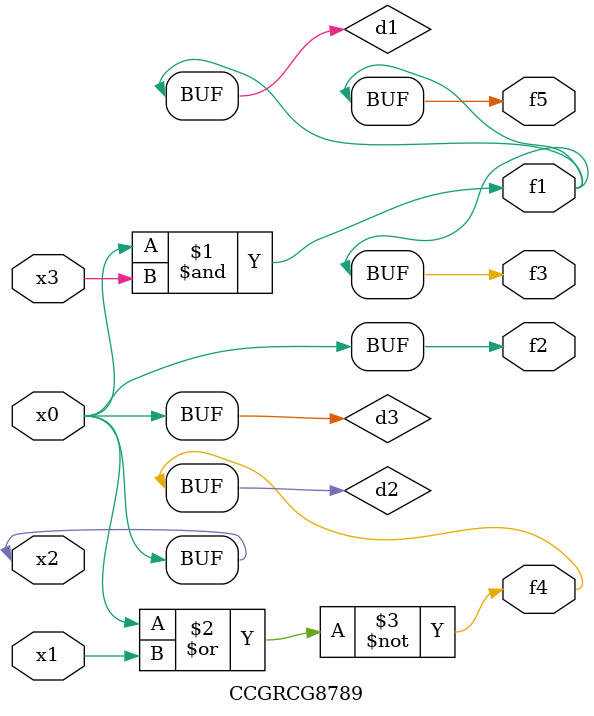
<source format=v>
module CCGRCG8789(
	input x0, x1, x2, x3,
	output f1, f2, f3, f4, f5
);

	wire d1, d2, d3;

	and (d1, x2, x3);
	nor (d2, x0, x1);
	buf (d3, x0, x2);
	assign f1 = d1;
	assign f2 = d3;
	assign f3 = d1;
	assign f4 = d2;
	assign f5 = d1;
endmodule

</source>
